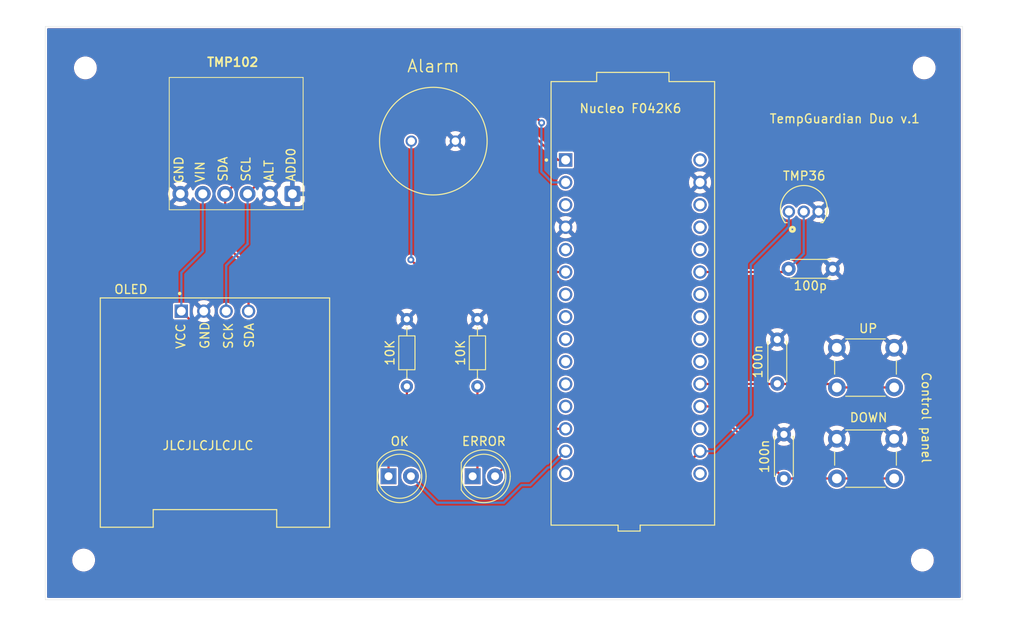
<source format=kicad_pcb>
(kicad_pcb (version 20241229) (generator "pcbnew") (generator_version "9.0")
  (layers (0 "F.Cu" jumper) (2 "B.Cu" jumper) (13 "F.Paste" user) (15 "B.Paste" user) (5 "F.SilkS" user "F.Silkscreen") (7 "B.SilkS" user "B.Silkscreen") (1 "F.Mask" user) (3 "B.Mask" user) (25 "Edge.Cuts" user))
  (net 0 "")
  (net 1 "GND")
  (net 2 "Net-(U1-PA7{slash}A6)")
  (net 3 "Net-(U1-PA0{slash}A0)")
  (net 4 "Net-(U1-PA1{slash}A1)")
  (net 5 "Net-(D1-A)")
  (net 6 "Net-(D1-K)")
  (net 7 "Net-(D2-K)")
  (net 8 "Net-(D2-A)")
  (net 9 "Net-(U1-PB0{slash}D3)")
  (net 28 "Net-(U1-PA9{slash}D1)")
  (net 29 "Net-(U1-PA10{slash}D0)")
  (net 31 "+3.3V")
  (footprint "MountingHole:MountingHole_2.2mm_M2" (layer "F.Cu") (at 104.55 69.7)
    (property "Reference" "REF**" (hide yes))
    (property "Value" "MountingHole_2.2mm_M2")
    (pad "" np_thru_hole circle (at 0 0) (size 2.2 2.2) (drill 2.2) (layers "*.Cu" "*.Mask"))
  )
  (footprint "LED_THT:LED_D5.0mm" (layer "F.Cu") (at 138.92 116)
    (property "Reference" "OK" (at 1.27 -3.96 0) (layer "F.SilkS") (effects (font (thickness 0.153))))
    (property "Value" "LED")
    (fp_line (start -1.29 -1.545) (end -1.29 1.545) (stroke (width 0.12)) (layer "F.SilkS"))
    (fp_arc (start -1.29 -1.54483) (mid 2.071779 -2.880495) (end 4.26 0) (stroke (width 0.12)) (layer "F.SilkS"))
    (fp_arc (start 4.26 0) (mid 2.071779 2.880495) (end -1.29 1.54483) (stroke (width 0.12)) (layer "F.SilkS"))
    (fp_circle (center 1.27 0) (end 3.77 0) (stroke (width 0.12)) (fill no) (layer "F.SilkS"))
    (pad "1" thru_hole rect (at 0 0) (size 1.8 1.8) (drill 0.9) (layers "*.Cu" "*.Mask") (net 6 "Net-(D1-K)"))
    (pad "2" thru_hole circle (at 2.54 0) (size 1.8 1.8) (drill 0.9) (layers "*.Cu" "*.Mask") (net 5 "Net-(D1-A)"))
  )
  (footprint "LED_THT:LED_D5.0mm" (layer "F.Cu") (at 148.46 116)
    (property "Reference" "ERROR" (at 1.27 -3.96 0) (layer "F.SilkS") (effects (font (thickness 0.153))))
    (property "Value" "LED")
    (fp_line (start -1.29 -1.545) (end -1.29 1.545) (stroke (width 0.12)) (layer "F.SilkS"))
    (fp_arc (start -1.29 -1.54483) (mid 2.071779 -2.880495) (end 4.26 0) (stroke (width 0.12)) (layer "F.SilkS"))
    (fp_arc (start 4.26 0) (mid 2.071779 2.880495) (end -1.29 1.54483) (stroke (width 0.12)) (layer "F.SilkS"))
    (fp_circle (center 1.27 0) (end 3.77 0) (stroke (width 0.12)) (fill no) (layer "F.SilkS"))
    (pad "1" thru_hole rect (at 0 0) (size 1.8 1.8) (drill 0.9) (layers "*.Cu" "*.Mask") (net 7 "Net-(D2-K)"))
    (pad "2" thru_hole circle (at 2.54 0) (size 1.8 1.8) (drill 0.9) (layers "*.Cu" "*.Mask") (net 8 "Net-(D2-A)"))
  )
  (footprint "MountingHole:MountingHole_2.2mm_M2" (layer "F.Cu") (at 199.65 69.7)
    (property "Reference" "REF**" (hide yes))
    (property "Value" "MountingHole_2.2mm_M2")
    (pad "" np_thru_hole circle (at 0 0) (size 2.2 2.2) (drill 2.2) (layers "*.Cu" "*.Mask"))
  )
  (footprint "temp_sensor_footprints:MODULE_DM-OLED096-636" (layer "F.Cu") (at 119.24 108.78)
    (property "Reference" "OLED" (at -9.525 -13.97 0) (layer "F.SilkS") (effects (font (thickness 0.153))))
    (property "Value" "DM-OLED096-636")
    (fp_line (start -13 -13) (end 13 -13) (stroke (width 0.127)) (layer "F.SilkS"))
    (fp_line (start -13 13) (end -13 -13) (stroke (width 0.127)) (layer "F.SilkS"))
    (fp_line (start -7 11) (end -7 13) (stroke (width 0.127)) (layer "F.SilkS"))
    (fp_line (start -7 13) (end -13 13) (stroke (width 0.127)) (layer "F.SilkS"))
    (fp_line (start 7 11) (end -7 11) (stroke (width 0.127)) (layer "F.SilkS"))
    (fp_line (start 7 13) (end 7 11) (stroke (width 0.127)) (layer "F.SilkS"))
    (fp_line (start 13 -13) (end 13 13) (stroke (width 0.127)) (layer "F.SilkS"))
    (fp_line (start 13 13) (end 7 13) (stroke (width 0.127)) (layer "F.SilkS"))
    (fp_circle (center -4 -13.5) (end -3.9 -13.5) (stroke (width 0.2)) (fill no) (layer "F.SilkS"))
    (fp_text user "SCK" (at 2.11 -7.13 90) (layer "F.SilkS") (effects (font (thickness 0.153) (bold yes)) (justify left bottom)))
    (fp_text user "VCC" (at -3.29 -7.13 90) (layer "F.SilkS") (effects (font (thickness 0.153) (bold yes)) (justify left bottom)))
    (fp_text user "SDA" (at 4.48 -7.23 90) (layer "F.SilkS") (effects (font (thickness 0.153) (bold yes)) (justify left bottom)))
    (fp_text user "GND" (at -0.56 -7.13 90) (layer "F.SilkS") (effects (font (thickness 0.153) (bold yes)) (justify left bottom)))
    (pad "1" thru_hole rect (at -3.81 -11.5) (size 1.508 1.508) (drill 1) (layers "*.Cu" "*.Mask") (net 31 "+3.3V"))
    (pad "2" thru_hole circle (at -1.27 -11.5) (size 1.508 1.508) (drill 1) (layers "*.Cu" "*.Mask") (net 1 "GND"))
    (pad "3" thru_hole circle (at 1.27 -11.5) (size 1.508 1.508) (drill 1) (layers "*.Cu" "*.Mask") (net 28 "Net-(U1-PA9{slash}D1)"))
    (pad "4" thru_hole circle (at 3.81 -11.5) (size 1.508 1.508) (drill 1) (layers "*.Cu" "*.Mask") (net 29 "Net-(U1-PA10{slash}D0)"))
  )
  (footprint "Capacitor_THT:C_Disc_D4.3mm_W1.9mm_P5.00mm" (layer "F.Cu") (at 183.75 116.25 90)
    (property "Reference" "100n" (at 2.5 -2.2 90) (layer "F.SilkS") (effects (font (thickness 0.153))))
    (property "Value" "100n")
    (fp_line (start 0.23 -1.07) (end 4.77 -1.07) (stroke (width 0.12)) (layer "F.SilkS"))
    (fp_line (start 0.23 -1.014) (end 0.23 -1.07) (stroke (width 0.12)) (layer "F.SilkS"))
    (fp_line (start 4.77 1.014) (end 4.77 1.07) (stroke (width 0.12)) (layer "F.SilkS"))
    (fp_line (start 4.77 1.07) (end 0.23 1.07) (stroke (width 0.12)) (layer "F.SilkS"))
    (pad "1" thru_hole circle (at 0 0 90) (size 1.6 1.6) (drill 0.8) (layers "*.Cu" "*.Mask") (net 3 "Net-(U1-PA0{slash}A0)"))
    (pad "2" thru_hole circle (at 5 0 90) (size 1.6 1.6) (drill 0.8) (layers "*.Cu" "*.Mask") (net 1 "GND"))
  )
  (footprint "Button_Switch_THT:SW_PUSH_6mm" (layer "F.Cu") (at 189.75 101.43)
    (property "Reference" "UP" (at 3.55 -2.18 0) (layer "F.SilkS") (effects (font (thickness 0.153))))
    (property "Value" "SW_Push")
    (fp_line (start -0.25 1.5) (end -0.25 3) (stroke (width 0.12)) (layer "F.SilkS"))
    (fp_line (start 1 5.5) (end 5.5 5.5) (stroke (width 0.12)) (layer "F.SilkS"))
    (fp_line (start 5.5 -1) (end 1 -1) (stroke (width 0.12)) (layer "F.SilkS"))
    (fp_line (start 6.75 3) (end 6.75 1.5) (stroke (width 0.12)) (layer "F.SilkS"))
    (pad "1" thru_hole circle (at 0 0 90) (size 2 2) (drill 1.1) (layers "*.Cu" "*.Mask") (net 1 "GND"))
    (pad "1" thru_hole circle (at 6.5 0 90) (size 2 2) (drill 1.1) (layers "*.Cu" "*.Mask") (net 1 "GND"))
    (pad "2" thru_hole circle (at 0 4.5 90) (size 2 2) (drill 1.1) (layers "*.Cu" "*.Mask") (net 4 "Net-(U1-PA1{slash}A1)"))
    (pad "2" thru_hole circle (at 6.5 4.5 90) (size 2 2) (drill 1.1) (layers "*.Cu" "*.Mask") (net 4 "Net-(U1-PA1{slash}A1)"))
  )
  (footprint "Resistor_THT:R_Axial_DIN0204_L3.6mm_D1.6mm_P7.62mm_Horizontal" (layer "F.Cu") (at 149 105.81 90)
    (property "Reference" "10K" (at 3.81 -1.92 90) (layer "F.SilkS") (effects (font (thickness 0.153))))
    (property "Value" "10k")
    (fp_line (start 6.68 0) (end 5.73 0) (stroke (width 0.12)) (layer "F.SilkS"))
    (fp_line (start 0.94 0) (end 1.89 0) (stroke (width 0.12)) (layer "F.SilkS"))
    (fp_rect (start 1.89 -0.92) (end 5.73 0.92) (stroke (width 0.12)) (fill no) (layer "F.SilkS"))
    (pad "1" thru_hole circle (at 0 0 90) (size 1.4 1.4) (drill 0.7) (layers "*.Cu" "*.Mask") (net 7 "Net-(D2-K)"))
    (pad "2" thru_hole circle (at 7.62 0 90) (size 1.4 1.4) (drill 0.7) (layers "*.Cu" "*.Mask") (net 1 "GND"))
  )
  (footprint "Capacitor_THT:C_Disc_D4.3mm_W1.9mm_P5.00mm" (layer "F.Cu") (at 189.28 92.48 180)
    (property "Reference" "100p" (at 2.53 -1.92 0) (layer "F.SilkS") (effects (font (thickness 0.153))))
    (property "Value" "110p")
    (fp_line (start 4.77 1.07) (end 0.23 1.07) (stroke (width 0.12)) (layer "F.SilkS"))
    (fp_line (start 4.77 1.014) (end 4.77 1.07) (stroke (width 0.12)) (layer "F.SilkS"))
    (fp_line (start 0.23 -1.014) (end 0.23 -1.07) (stroke (width 0.12)) (layer "F.SilkS"))
    (fp_line (start 0.23 -1.07) (end 4.77 -1.07) (stroke (width 0.12)) (layer "F.SilkS"))
    (pad "1" thru_hole circle (at 0 0 180) (size 1.6 1.6) (drill 0.8) (layers "*.Cu" "*.Mask") (net 1 "GND"))
    (pad "2" thru_hole circle (at 5 0 180) (size 1.6 1.6) (drill 0.8) (layers "*.Cu" "*.Mask") (net 2 "Net-(U1-PA7{slash}A6)"))
  )
  (footprint "Capacitor_THT:C_Disc_D4.3mm_W1.9mm_P5.00mm" (layer "F.Cu") (at 183 105.5 90)
    (property "Reference" "100n" (at 2.5 -2.2 90) (layer "F.SilkS") (effects (font (thickness 0.153))))
    (property "Value" "100n")
    (fp_line (start 0.23 -1.07) (end 4.77 -1.07) (stroke (width 0.12)) (layer "F.SilkS"))
    (fp_line (start 0.23 -1.014) (end 0.23 -1.07) (stroke (width 0.12)) (layer "F.SilkS"))
    (fp_line (start 4.77 1.014) (end 4.77 1.07) (stroke (width 0.12)) (layer "F.SilkS"))
    (fp_line (start 4.77 1.07) (end 0.23 1.07) (stroke (width 0.12)) (layer "F.SilkS"))
    (pad "1" thru_hole circle (at 0 0 90) (size 1.6 1.6) (drill 0.8) (layers "*.Cu" "*.Mask") (net 4 "Net-(U1-PA1{slash}A1)"))
    (pad "2" thru_hole circle (at 5 0 90) (size 1.6 1.6) (drill 0.8) (layers "*.Cu" "*.Mask") (net 1 "GND"))
  )
  (footprint "MountingHole:MountingHole_2.2mm_M2" (layer "F.Cu") (at 199.45 125.5)
    (property "Reference" "REF**" (hide yes))
    (property "Value" "MountingHole_2.2mm_M2")
    (pad "" np_thru_hole circle (at 0 0) (size 2.2 2.2) (drill 2.2) (layers "*.Cu" "*.Mask"))
  )
  (footprint "Button_Switch_THT:SW_PUSH_6mm" (layer "F.Cu") (at 189.75 111.75)
    (property "Reference" "DOWN" (at 3.6 -2.4 0) (layer "F.SilkS") (effects (font (thickness 0.153))))
    (property "Value" "SW_Push")
    (fp_line (start -0.25 1.5) (end -0.25 3) (stroke (width 0.12)) (layer "F.SilkS"))
    (fp_line (start 1 5.5) (end 5.5 5.5) (stroke (width 0.12)) (layer "F.SilkS"))
    (fp_line (start 5.5 -1) (end 1 -1) (stroke (width 0.12)) (layer "F.SilkS"))
    (fp_line (start 6.75 3) (end 6.75 1.5) (stroke (width 0.12)) (layer "F.SilkS"))
    (pad "1" thru_hole circle (at 0 0 90) (size 2 2) (drill 1.1) (layers "*.Cu" "*.Mask") (net 1 "GND"))
    (pad "1" thru_hole circle (at 6.5 0 90) (size 2 2) (drill 1.1) (layers "*.Cu" "*.Mask") (net 1 "GND"))
    (pad "2" thru_hole circle (at 0 4.5 90) (size 2 2) (drill 1.1) (layers "*.Cu" "*.Mask") (net 3 "Net-(U1-PA0{slash}A0)"))
    (pad "2" thru_hole circle (at 6.5 4.5 90) (size 2 2) (drill 1.1) (layers "*.Cu" "*.Mask") (net 3 "Net-(U1-PA0{slash}A0)"))
  )
  (footprint "temp_sensor_footprints:XDCR_PS1240P02CT3" (layer "F.Cu") (at 144 78 180)
    (property "Reference" "Alarm" (at 0 8.5 0) (layer "F.SilkS") (effects (font (size 1.4 1.4) (thickness 0.153))))
    (property "Value" "PS1240P02CT3")
    (fp_circle (center 0 0) (end 6.1 0) (stroke (width 0.127)) (fill no) (layer "F.SilkS"))
    (pad "1" thru_hole circle (at -2.5 0 180) (size 1.28 1.28) (drill 0.85) (layers "*.Cu" "*.Mask") (net 1 "GND"))
    (pad "2" thru_hole circle (at 2.5 0 180) (size 1.28 1.28) (drill 0.85) (layers "*.Cu" "*.Mask") (net 9 "Net-(U1-PB0{slash}D3)"))
  )
  (footprint "Resistor_THT:R_Axial_DIN0204_L3.6mm_D1.6mm_P7.62mm_Horizontal" (layer "F.Cu") (at 141 105.81 90)
    (property "Reference" "10K" (at 3.81 -1.92 90) (layer "F.SilkS") (effects (font (thickness 0.153))))
    (property "Value" "10k")
    (fp_line (start 6.68 0) (end 5.73 0) (stroke (width 0.12)) (layer "F.SilkS"))
    (fp_line (start 0.94 0) (end 1.89 0) (stroke (width 0.12)) (layer "F.SilkS"))
    (fp_rect (start 1.89 -0.92) (end 5.73 0.92) (stroke (width 0.12)) (fill no) (layer "F.SilkS"))
    (pad "1" thru_hole circle (at 0 0 90) (size 1.4 1.4) (drill 0.7) (layers "*.Cu" "*.Mask") (net 6 "Net-(D1-K)"))
    (pad "2" thru_hole circle (at 7.62 0 90) (size 1.4 1.4) (drill 0.7) (layers "*.Cu" "*.Mask") (net 1 "GND"))
  )
  (footprint "temp_sensor_footprints:MODULE_NUCLEO-F042K6" (layer "F.Cu") (at 166.62 96.396)
    (property "Reference" "Nucleo F042K6" (at -0.27 -22.096 0) (layer "F.SilkS") (effects (font (thickness 0.153))))
    (property "Value" "NUCLEO-F042K6")
    (fp_line (start -9.271 -25.146) (end -4.1 -25.146) (stroke (width 0.127)) (layer "F.SilkS"))
    (fp_line (start -9.271 25.146) (end -9.271 -25.146) (stroke (width 0.127)) (layer "F.SilkS"))
    (fp_line (start -4.1 -26.186) (end 4.1 -26.186) (stroke (width 0.127)) (layer "F.SilkS"))
    (fp_line (start -4.1 -25.146) (end -4.1 -26.186) (stroke (width 0.127)) (layer "F.SilkS"))
    (fp_line (start -1.671 25.146) (end -9.271 25.146) (stroke (width 0.127)) (layer "F.SilkS"))
    (fp_line (start -1.671 25.146) (end -1.671 25.819) (stroke (width 0.127)) (layer "F.SilkS"))
    (fp_line (start -1.671 25.819) (end 0.829 25.819) (stroke (width 0.127)) (layer "F.SilkS"))
    (fp_line (start 0.829 25.819) (end 0.829 25.146) (stroke (width 0.127)) (layer "F.SilkS"))
    (fp_line (start 4.1 -26.186) (end 4.1 -25.146) (stroke (width 0.127)) (layer "F.SilkS"))
    (fp_line (start 4.1 -25.146) (end 9.271 -25.146) (stroke (width 0.127)) (layer "F.SilkS"))
    (fp_line (start 9.271 -25.146) (end 9.271 25.146) (stroke (width 0.127)) (layer "F.SilkS"))
    (fp_line (start 9.271 25.146) (end 0.829 25.146) (stroke (width 0.127)) (layer "F.SilkS"))
    (fp_circle (center -9.8 -16.25) (end -9.7 -16.25) (stroke (width 0.2)) (fill no) (layer "F.SilkS"))
    (pad "CN3_1" thru_hole rect (at -7.62 -16.256) (size 1.524 1.524) (drill 1.016) (layers "*.Cu" "*.Mask") (net 28 "Net-(U1-PA9{slash}D1)"))
    (pad "CN3_2" thru_hole circle (at -7.62 -13.716) (size 1.524 1.524) (drill 1.016) (layers "*.Cu" "*.Mask") (net 29 "Net-(U1-PA10{slash}D0)"))
    (pad "CN3_3" thru_hole circle (at -7.62 -11.176) (size 1.524 1.524) (drill 1.016) (layers "*.Cu" "*.Mask"))
    (pad "CN3_4" thru_hole circle (at -7.62 -8.636) (size 1.524 1.524) (drill 1.016) (layers "*.Cu" "*.Mask") (net 1 "GND"))
    (pad "CN3_5" thru_hole circle (at -7.62 -6.096) (size 1.524 1.524) (drill 1.016) (layers "*.Cu" "*.Mask"))
    (pad "CN3_6" thru_hole circle (at -7.62 -3.556) (size 1.524 1.524) (drill 1.016) (layers "*.Cu" "*.Mask") (net 9 "Net-(U1-PB0{slash}D3)"))
    (pad "CN3_7" thru_hole circle (at -7.62 -1.016) (size 1.524 1.524) (drill 1.016) (layers "*.Cu" "*.Mask"))
    (pad "CN3_8" thru_hole circle (at -7.62 1.524) (size 1.524 1.524) (drill 1.016) (layers "*.Cu" "*.Mask"))
    (pad "CN3_9" thru_hole circle (at -7.62 4.064) (size 1.524 1.524) (drill 1.016) (layers "*.Cu" "*.Mask"))
    (pad "CN3_10" thru_hole circle (at -7.62 6.604) (size 1.524 1.524) (drill 1.016) (layers "*.Cu" "*.Mask"))
    (pad "CN3_11" thru_hole circle (at -7.62 9.144) (size 1.524 1.524) (drill 1.016) (layers "*.Cu" "*.Mask"))
    (pad "CN3_12" thru_hole circle (at -7.62 11.684) (size 1.524 1.524) (drill 1.016) (layers "*.Cu" "*.Mask"))
    (pad "CN3_13" thru_hole circle (at -7.62 14.224) (size 1.524 1.524) (drill 1.016) (layers "*.Cu" "*.Mask") (net 8 "Net-(D2-A)"))
    (pad "CN3_14" thru_hole circle (at -7.62 16.764) (size 1.524 1.524) (drill 1.016) (layers "*.Cu" "*.Mask") (net 5 "Net-(D1-A)"))
    (pad "CN3_15" thru_hole circle (at -7.62 19.304) (size 1.524 1.524) (drill 1.016) (layers "*.Cu" "*.Mask"))
    (pad "CN4_1" thru_hole circle (at 7.62 -16.256) (size 1.524 1.524) (drill 1.016) (layers "*.Cu" "*.Mask"))
    (pad "CN4_2" thru_hole circle (at 7.62 -13.716) (size 1.524 1.524) (drill 1.016) (layers "*.Cu" "*.Mask") (net 1 "GND"))
    (pad "CN4_3" thru_hole circle (at 7.62 -11.176) (size 1.524 1.524) (drill 1.016) (layers "*.Cu" "*.Mask"))
    (pad "CN4_4" thru_hole circle (at 7.62 -8.636) (size 1.524 1.524) (drill 1.016) (layers "*.Cu" "*.Mask"))
    (pad "CN4_5" thru_hole circle (at 7.62 -6.096) (size 1.524 1.524) (drill 1.016) (layers "*.Cu" "*.Mask"))
    (pad "CN4_6" thru_hole circle (at 7.62 -3.556) (size 1.524 1.524) (drill 1.016) (layers "*.Cu" "*.Mask") (net 2 "Net-(U1-PA7{slash}A6)"))
    (pad "CN4_7" thru_hole circle (at 7.62 -1.016) (size 1.524 1.524) (drill 1.016) (layers "*.Cu" "*.Mask"))
    (pad "CN4_8" thru_hole circle (at 7.62 1.524) (size 1.524 1.524) (drill 1.016) (layers "*.Cu" "*.Mask"))
    (pad "CN4_9" thru_hole circle (at 7.62 4.064) (size 1.524 1.524) (drill 1.016) (layers "*.Cu" "*.Mask"))
    (pad "CN4_10" thru_hole circle (at 7.62 6.604) (size 1.524 1.524) (drill 1.016) (layers "*.Cu" "*.Mask"))
    (pad "CN4_11" thru_hole circle (at 7.62 9.144) (size 1.524 1.524) (drill 1.016) (layers "*.Cu" "*.Mask") (net 4 "Net-(U1-PA1{slash}A1)"))
    (pad "CN4_12" thru_hole circle (at 7.62 11.684) (size 1.524 1.524) (drill 1.016) (layers "*.Cu" "*.Mask") (net 3 "Net-(U1-PA0{slash}A0)"))
    (pad "CN4_13" thru_hole circle (at 7.62 14.224) (size 1.524 1.524) (drill 1.016) (layers "*.Cu" "*.Mask"))
    (pad "CN4_14" thru_hole circle (at 7.62 16.764) (size 1.524 1.524) (drill 1.016) (layers "*.Cu" "*.Mask") (net 31 "+3.3V"))
    (pad "CN4_15" thru_hole circle (at 7.62 19.304) (size 1.524 1.524) (drill 1.016) (layers "*.Cu" "*.Mask"))
  )
  (footprint "temp_sensor_footprints:tmp102_custom" (layer "F.Cu") (at 121.24 78.78 180)
    (property "Reference" "TMP102" (at -0.01 9.73 0) (layer "F.SilkS") (effects (font (thickness 0.2) (bold yes))))
    (property "Value" "TMP102")
    (fp_line (start 7.18 8) (end 7.18 -7) (stroke (width 0.1)) (layer "F.SilkS"))
    (fp_line (start 7.18 -7) (end -8 -7) (stroke (width 0.1)) (layer "F.SilkS"))
    (fp_line (start -8 8) (end 7.18 8) (stroke (width 0.1)) (layer "F.SilkS"))
    (fp_line (start -8 -7) (end -8 8) (stroke (width 0.1)) (layer "F.SilkS"))
    (fp_text user "ADD0" (at -7.2 -3.9 90) (layer "F.SilkS") (effects (font (thickness 0.153) (bold yes)) (justify left bottom)))
    (fp_text user "SCL" (at -2.1 -3.9 90) (layer "F.SilkS") (effects (font (thickness 0.153) (bold yes)) (justify left bottom)))
    (fp_text user "ALT" (at -4.7 -3.9 90) (layer "F.SilkS") (effects (font (thickness 0.153) (bold yes)) (justify left bottom)))
    (fp_text user "SDA" (at 0.5 -3.9 90) (layer "F.SilkS") (effects (font (thickness 0.153) (bold yes)) (justify left bottom)))
    (fp_text user "VIN" (at 3.1 -4 90) (layer "F.SilkS") (effects (font (thickness 0.153) (bold yes)) (justify left bottom)))
    (fp_text user "GND" (at 5.5 -4.1 90) (layer "F.SilkS") (effects (font (thickness 0.153) (bold yes)) (justify left bottom)))
    (pad "1" thru_hole circle (at 5.92 -5.2 180) (size 1.8 1.8) (drill 1) (layers "*.Cu" "*.Mask") (net 1 "GND"))
    (pad "2" thru_hole circle (at 3.38 -5.2 180) (size 1.8 1.8) (drill 1.016) (layers "*.Cu" "*.Mask") (net 31 "+3.3V"))
    (pad "3" thru_hole circle (at 0.84 -5.2 180) (size 1.8 1.8) (drill 1.016) (layers "*.Cu" "*.Mask") (net 29 "Net-(U1-PA10{slash}D0)"))
    (pad "4" thru_hole circle (at -1.7 -5.2 90) (size 1.8 1.8) (drill 1.016) (layers "*.Cu" "*.Mask") (net 28 "Net-(U1-PA9{slash}D1)"))
    (pad "5" thru_hole circle (at -4.24 -5.2 90) (size 1.8 1.8) (drill 1.016) (layers "*.Cu" "*.Mask") (net 1 "GND"))
    (pad "6" thru_hole roundrect (at -6.78 -5.2 90) (size 1.8 1.8) (drill 1.016) (layers "*.Cu" "*.Mask") (roundrect_rratio 0.1330070228) (net 1 "GND"))
  )
  (footprint "temp_sensor_footprints:TMP36_custom_version" (layer "F.Cu") (at 186.01 85.2)
    (property "Reference" "TMP36" (at 0.04 -3.25 0) (layer "F.SilkS") (effects (font (thickness 0.153))))
    (property "Value" "TMP36_my_symbol")
    (fp_line (start -2.144 2.043) (end -1.9 2.043) (stroke (width 0.127)) (layer "F.SilkS"))
    (fp_line (start 1.906 2.043) (end 2.144 2.043) (stroke (width 0.127)) (layer "F.SilkS"))
    (fp_arc (start -2.144 2.043) (mid 0 -2.164837) (end 2.144 2.043) (stroke (width 0.127)) (layer "F.SilkS"))
    (fp_circle (center -1.3 2.8) (end -1.2 2.8) (stroke (width 0.3)) (fill no) (layer "F.SilkS"))
    (pad "1" thru_hole circle (at -1.7 0.8) (size 1.4 1.4) (drill 0.87) (layers "*.Cu" "*.Mask") (net 31 "+3.3V"))
    (pad "2" thru_hole circle (at -0.01 0.8) (size 1.4 1.4) (drill 0.87) (layers "*.Cu" "*.Mask") (net 2 "Net-(U1-PA7{slash}A6)"))
    (pad "3" thru_hole circle (at 1.675 0.8) (size 1.4 1.4) (drill 0.87) (layers "*.Cu" "*.Mask") (net 1 "GND"))
  )
  (footprint "MountingHole:MountingHole_2.2mm_M2" (layer "F.Cu") (at 104.35 125.5)
    (property "Reference" "REF**" (hide yes))
    (property "Value" "MountingHole_2.2mm_M2")
    (pad "" np_thru_hole circle (at 0 0) (size 2.2 2.2) (drill 2.2) (layers "*.Cu" "*.Mask"))
  )
  (gr_line (start 199 130) (end 100 130) (stroke (width 0.0381)) (layer "Edge.Cuts"))
  (gr_line (start 100 130) (end 100 72) (stroke (width 0.0381)) (layer "Edge.Cuts"))
  (gr_line (start 199 130) (end 204 130) (stroke (width 0.0381)) (layer "Edge.Cuts"))
  (gr_line (start 100 72) (end 100 65) (stroke (width 0.0381)) (layer "Edge.Cuts"))
  (gr_line (start 100 65) (end 199 65) (stroke (width 0.0381)) (layer "Edge.Cuts"))
  (gr_line (start 204 65) (end 199 65) (stroke (width 0.0381)) (layer "Edge.Cuts"))
  (gr_line (start 204 130) (end 204 65) (stroke (width 0.0381)) (layer "Edge.Cuts"))
  (gr_text "JLCJLCJLCJLC" (at 118.45 113.1 0) (layer "F.SilkS") (effects (font (size 1 1) (thickness 0.153)) (justify bottom)))
  (gr_text "Control panel" (at 199.3 109.35 270) (layer "F.SilkS") (effects (font (size 1 1) (thickness 0.153)) (justify bottom)))
  (gr_text "TempGuardian Duo v.1" (at 190.65 76.05 0) (layer "F.SilkS") (effects (font (size 1 1) (thickness 0.153)) (justify bottom)))
  (segment (start 117.86 97.17) (end 117.97 97.28) (width 0.2) (layer "F.Cu") (net 1))
  (segment (start 183.92 92.84) (end 184.28 92.48) (width 0.2) (layer "F.Cu") (net 2))
  (segment (start 174.24 92.84) (end 183.92 92.84) (width 0.25) (layer "F.Cu") (net 2))
  (segment (start 186 86) (end 186 90.76) (width 0.25) (layer "B.Cu") (net 2))
  (segment (start 186 90.76) (end 184.28 92.48) (width 0.25) (layer "B.Cu") (net 2))
  (segment (start 174.24 108.08) (end 175.58 108.08) (width 0.25) (layer "F.Cu") (net 3))
  (segment (start 175.58 108.08) (end 183.75 116.25) (width 0.25) (layer "F.Cu") (net 3))
  (segment (start 183.75 116.25) (end 189.75 116.25) (width 0.25) (layer "F.Cu") (net 3))
  (segment (start 189.75 116.25) (end 196.25 116.25) (width 0.25) (layer "F.Cu") (net 3))
  (segment (start 174.24 105.54) (end 189.36 105.54) (width 0.25) (layer "F.Cu") (net 4))
  (segment (start 189.36 105.54) (end 189.75 105.93) (width 0.2) (layer "F.Cu") (net 4))
  (segment (start 189.75 105.93) (end 196.25 105.93) (width 0.25) (layer "F.Cu") (net 4))
  (segment (start 154 117) (end 155 117) (width 0.25) (layer "B.Cu") (net 5))
  (segment (start 152 119) (end 154 117) (width 0.25) (layer "B.Cu") (net 5))
  (segment (start 155 117) (end 157 115) (width 0.25) (layer "B.Cu") (net 5))
  (segment (start 141.46 116) (end 144.46 119) (width 0.25) (layer "B.Cu") (net 5))
  (segment (start 157.16 115) (end 159 113.16) (width 0.25) (layer "B.Cu") (net 5))
  (segment (start 157 115) (end 157.16 115) (width 0.2) (layer "B.Cu") (net 5))
  (segment (start 144.46 119) (end 152 119) (width 0.25) (layer "B.Cu") (net 5))
  (segment (start 138.92 111.08) (end 138.92 116) (width 0.25) (layer "F.Cu") (net 6))
  (segment (start 141 109) (end 138.92 111.08) (width 0.25) (layer "F.Cu") (net 6))
  (segment (start 141 105.81) (end 141 109) (width 0.25) (layer "F.Cu") (net 6))
  (segment (start 149 105.81) (end 149 115.46) (width 0.25) (layer "F.Cu") (net 7))
  (segment (start 149 115.46) (end 148.46 116) (width 0.2) (layer "F.Cu") (net 7))
  (segment (start 156.38 110.62) (end 159 110.62) (width 0.25) (layer "F.Cu") (net 8))
  (segment (start 151 116) (end 156.38 110.62) (width 0.25) (layer "F.Cu") (net 8))
  (segment (start 141.45 91.45) (end 142.84 92.84) (width 0.25) (layer "F.Cu") (net 9))
  (segment (start 142.84 92.84) (end 159 92.84) (width 0.25) (layer "F.Cu") (net 9))
  (via (at 141.45 91.45) (size 0.781) (drill 0.381) (layers "F.Cu" "B.Cu") (net 9))
  (segment (start 141.45 91.45) (end 141.5 91.4) (width 0.25) (layer "B.Cu") (net 9))
  (segment (start 141.5 91.4) (end 141.5 78) (width 0.25) (layer "B.Cu") (net 9))
  (segment (start 130.92 76) (end 154 76) (width 0.25) (layer "F.Cu") (net 28))
  (segment (start 158.14 80.14) (end 159 80.14) (width 0.2) (layer "F.Cu") (net 28))
  (segment (start 122.94 83.98) (end 130.92 76) (width 0.25) (layer "F.Cu") (net 28))
  (segment (start 154 76) (end 158.14 80.14) (width 0.25) (layer "F.Cu") (net 28))
  (segment (start 122.95 89.65) (end 122.94 89.64) (width 0.254) (layer "B.Cu") (net 28))
  (segment (start 120.51 92.09) (end 122.95 89.65) (width 0.254) (layer "B.Cu") (net 28))
  (segment (start 122.94 89.64) (end 122.94 83.98) (width 0.254) (layer "B.Cu") (net 28))
  (segment (start 120.51 97.28) (end 120.51 92.09) (width 0.254) (layer "B.Cu") (net 28))
  (segment (start 129.68 74.7) (end 120.4 83.98) (width 0.254) (layer "F.Cu") (net 29))
  (segment (start 120.4 89.7) (end 123.05 92.35) (width 0.254) (layer "F.Cu") (net 29))
  (segment (start 155.05 74.7) (end 129.68 74.7) (width 0.254) (layer "F.Cu") (net 29))
  (segment (start 120.4 83.98) (end 120.4 89.7) (width 0.254) (layer "F.Cu") (net 29))
  (segment (start 123.05 92.35) (end 123.05 97.28) (width 0.254) (layer "F.Cu") (net 29))
  (segment (start 156.275 75.925) (end 155.05 74.7) (width 0.254) (layer "F.Cu") (net 29))
  (via (at 156.275 75.925) (size 0.781) (drill 0.381) (layers "F.Cu" "B.Cu") (net 29))
  (segment (start 156.25 75.95) (end 156.275 75.925) (width 0.254) (layer "B.Cu") (net 29))
  (segment (start 157.48 82.68) (end 156.25 81.45) (width 0.254) (layer "B.Cu") (net 29))
  (segment (start 156.275 75.925) (end 156.35 75.85) (width 0.254) (layer "B.Cu") (net 29))
  (segment (start 159 82.68) (end 157.48 82.68) (width 0.254) (layer "B.Cu") (net 29))
  (segment (start 156.25 81.45) (end 156.25 75.95) (width 0.254) (layer "B.Cu") (net 29))
  (segment (start 166.35 121.05) (end 139.2 121.05) (width 0.25) (layer "F.Cu") (net 31))
  (segment (start 139.2 121.05) (end 115.43 97.28) (width 0.25) (layer "F.Cu") (net 31))
  (segment (start 174.24 113.16) (end 166.35 121.05) (width 0.25) (layer "F.Cu") (net 31))
  (segment (start 180 92) (end 184.31 87.69) (width 0.25) (layer "B.Cu") (net 31))
  (segment (start 174.24 113.16) (end 175.84 113.16) (width 0.25) (layer "B.Cu") (net 31))
  (segment (start 184.31 87.69) (end 184.31 86) (width 0.25) (layer "B.Cu") (net 31))
  (segment (start 117.86 90.49) (end 117.86 83.98) (width 0.25) (layer "B.Cu") (net 31))
  (segment (start 115.43 92.92) (end 117.86 90.49) (width 0.25) (layer "B.Cu") (net 31))
  (segment (start 175.84 113.16) (end 180 109) (width 0.25) (layer "B.Cu") (net 31))
  (segment (start 180 109) (end 180 92) (width 0.25) (layer "B.Cu") (net 31))
  (segment (start 115.43 97.28) (end 115.43 92.92) (width 0.25) (layer "B.Cu") (net 31))
  (zone (net 1) (net_name "GND") (layers "F.Cu" "B.Cu") (connect_pads (clearance 0.5)) (min_thickness 0.25) (fill yes (thermal_gap 0.5) (thermal_bridge_width 0.5))
    (polygon (pts (xy 97 62) (xy 97 133) (xy 210 132) (xy 210 62)))
  )
)
</source>
